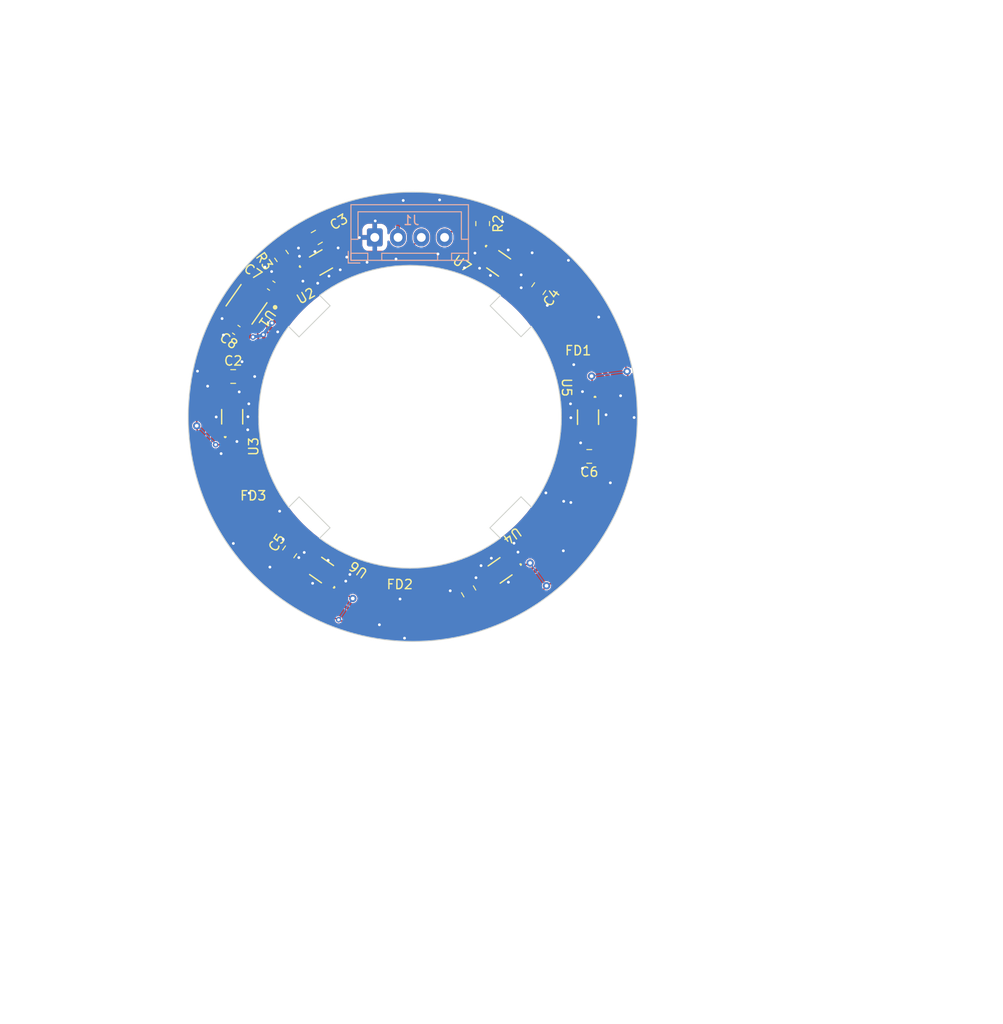
<source format=kicad_pcb>
(kicad_pcb (version 20240108) (generator "pcbnew") (generator_version "8.0")
  (layers (0 "F.Cu" signal) (31 "B.Cu" signal) (34 "B.Paste" user) (35 "F.Paste" user) (36 "B.SilkS" user "B.Silkscreen") (37 "F.SilkS" user "F.Silkscreen") (38 "B.Mask" user) (39 "F.Mask" user) (44 "Edge.Cuts" user))
  (net 0 "")
  (net 1 "GND")
  (net 2 "/Power 3.3-5V")
  (net 3 "/SDA")
  (net 4 "/SCL")
  (net 5 "/VDD")
  (footprint "MCP9808T-E:DFN8_2x3MC_MCH-Reduced" (layer "F.Cu") (at 65.763829 72.390255 145)
    (property "Reference" "U6")
    (property "Value" "MCP9808T-E/MC")
  )
  (footprint "Capacitor_SMD:C_0805_2012Metric" (layer "F.Cu") (at 81.562632 74.680548 120)
    (property "Reference" "C1" (hide yes))
    (property "Value" "0.1uF")
  )
  (footprint "Capacitor_SMD:C_0603_1608Metric" (layer "F.Cu") (at 56.603005 46.606553 145)
    (property "Reference" "C8")
    (property "Value" "1.0uF")
  )
  (footprint "Capacitor_SMD:C_0805_2012Metric" (layer "F.Cu") (at 65.253202 36.674867 -150)
    (property "Reference" "C3")
    (property "Value" "0.1uF")
  )
  (footprint "Capacitor_SMD:C_0805_2012Metric" (layer "F.Cu") (at 56.269894 51.609985)
    (property "Reference" "C2")
    (property "Value" "0.1uF")
  )
  (footprint "MCP9808T-E:DFN8_2x3MC_MCH-Reduced" (layer "F.Cu") (at 84.788437 39.465122 -35)
    (property "Reference" "U7")
    (property "Value" "MCP9808T-E/MC")
  )
  (footprint "Capacitor_SMD:C_0805_2012Metric" (layer "F.Cu") (at 94.523387 60.189733 180)
    (property "Reference" "C6")
    (property "Value" "0.1uF")
  )
  (footprint "Fiducial:Fiducial_1.5mm_Mask3mm" (layer "F.Cu") (at 56.731292 61.915848)
    (property "Reference" "FD3")
    (property "Value" "Fiducial_1.5mm_Mask3mm")
  )
  (footprint "Fiducial:Fiducial_1.5mm_Mask3mm" (layer "F.Cu") (at 91.371292 46.325846)
    (property "Reference" "FD1")
    (property "Value" "Fiducial_1.5mm_Mask3mm")
  )
  (footprint "Capacitor_SMD:C_0805_2012Metric" (layer "F.Cu") (at 62.337089 70.437153 55)
    (property "Reference" "C5")
    (property "Value" "0.1uF")
  )
  (footprint "Capacitor_SMD:C_0603_1608Metric" (layer "F.Cu") (at 60.353469 41.851076 145)
    (property "Reference" "C7")
    (property "Value" "1.0uF")
  )
  (footprint "MCP9808T-E:DFN8_2x3MC_MCH-Reduced" (layer "F.Cu") (at 65.702993 39.368444 30)
    (property "Reference" "U2")
    (property "Value" "MCP9808T-E/MC")
  )
  (footprint "MCP9808T-E:DFN8_2x3MC_MCH-Reduced" (layer "F.Cu") (at 94.389641 55.977863 -90)
    (property "Reference" "U5")
    (property "Value" "MCP9808T-E/MC")
  )
  (footprint "TPS7A2018PDBVR:DBV0005A-IPC_A" (layer "F.Cu") (at 57.702763 43.85866 -125)
    (property "Reference" "U1")
    (property "Value" "TPS7A2018PDBVR")
  )
  (footprint "Resistor_SMD:R_0805_2012Metric" (layer "F.Cu") (at 61.461459 38.665998 -55)
    (property "Reference" "R3")
    (property "Value" "4.7k")
  )
  (footprint "Resistor_SMD:R_0805_2012Metric" (layer "F.Cu") (at 83.070187 35.191495 -90)
    (property "Reference" "R2")
    (property "Value" "4.7k")
  )
  (footprint "Capacitor_SMD:C_0805_2012Metric" (layer "F.Cu") (at 89.097467 42.175531 -125)
    (property "Reference" "C4")
    (property "Value" "0.1uF")
  )
  (footprint "MCP9808T-E:DFN8_2x3MC_MCH-Reduced" (layer "F.Cu") (at 56.162641 55.93108 90)
    (property "Reference" "U3")
    (property "Value" "MCP9808T-E/MC")
  )
  (footprint "Fiducial:Fiducial_1.5mm_Mask3mm" (layer "F.Cu") (at 77.151292 75.685846)
    (property "Reference" "FD2")
    (property "Value" "Fiducial_1.5mm_Mask3mm")
  )
  (footprint "MCP9808T-E:DFN8_2x3MC_MCH-Reduced" (layer "F.Cu") (at 84.940833 72.429082 -145)
    (property "Reference" "U4")
    (property "Value" "MCP9808T-E/MC")
  )
  (footprint "Connector_JST:JST_XH_B4B-XH-A_1x04_P2.50mm_Vertical" (layer "B.Cu") (at 71.48053 36.673544)
    (property "Reference" "J1")
    (property "Value" "Conn_01x04_Socket")
  )
  (gr_line (start 59.084003 54.337668) (end 59.025301 55.133407) (stroke (width 0.1)) (layer "Edge.Cuts"))
  (gr_line (start 60.925274 48.267813) (end 60.566517 48.980528) (stroke (width 0.1)) (layer "Edge.Cuts"))
  (gr_line (start 90.281277 49.709984) (end 89.957932 48.980525) (stroke (width 0.1)) (layer "Edge.Cuts"))
  (gr_line (start 78.433713 39.986935) (end 77.647547 39.850527) (stroke (width 0.1)) (layer "Edge.Cuts"))
  (gr_line (start 73.668815 72.109307) (end 74.464563 72.168001) (stroke (width 0.1)) (layer "Edge.Cuts"))
  (gr_line (start 76.855641 72.109304) (end 77.647551 72.011633) (stroke (width 0.1)) (layer "Edge.Cuts"))
  (gr_line (start 78.433708 71.875219) (end 79.212234 71.700393) (stroke (width 0.1)) (layer "Edge.Cuts"))
  (gr_line (start 63.350465 64.532559) (end 62.23944 65.643579) (stroke (width 0.1)) (layer "Edge.Cuts"))
  (gr_line (start 65.578239 68.988427) (end 66.2306 69.447867) (stroke (width 0.1)) (layer "Edge.Cuts"))
  (gr_line (start 61.318557 64.288587) (end 61.745435 64.962705) (stroke (width 0.1)) (layer "Edge.Cuts"))
  (gr_line (start 75.262225 72.187579) (end 76.059896 72.167999) (stroke (width 0.1)) (layer "Edge.Cuts"))
  (gr_line (start 91.206366 59.102566) (end 91.342781 58.3164) (stroke (width 0.1)) (layer "Edge.Cuts"))
  (gr_line (start 70.54321 71.487585) (end 71.312221 71.70039) (stroke (width 0.1)) (layer "Edge.Cuts"))
  (gr_line (start 62.204876 65.615066) (end 62.236416 65.646605) (stroke (width 0.1)) (layer "Edge.Cuts"))
  (gr_line (start 85.528441 45.677991) (end 87.190133 47.339694) (stroke (width 0.1)) (layer "Edge.Cuts"))
  (gr_line (start 87.190133 47.339694) (end 88.301154 46.228671) (stroke (width 0.1)) (layer "Edge.Cuts"))
  (gr_line (start 59.025301 55.133407) (end 59.005721 55.931079) (stroke (width 0.1)) (layer "Edge.Cuts"))
  (gr_line (start 74.464563 72.168001) (end 75.262225 72.187579) (stroke (width 0.1)) (layer "Edge.Cuts"))
  (gr_line (start 65.012157 66.194262) (end 66.673856 67.855959) (stroke (width 0.1)) (layer "Edge.Cuts"))
  (gr_line (start 83.866731 44.016287) (end 84.977754 42.905269) (stroke (width 0.1)) (layer "Edge.Cuts"))
  (gr_line (start 59.005721 55.931079) (end 59.025304 56.728749) (stroke (width 0.1)) (layer "Edge.Cuts"))
  (gr_line (start 91.342781 58.3164) (end 91.440452 57.524495) (stroke (width 0.1)) (layer "Edge.Cuts"))
  (gr_line (start 59.705721 51.212061) (end 59.49291 51.981072) (stroke (width 0.1)) (layer "Edge.Cuts"))
  (gr_line (start 72.090741 39.986936) (end 71.312217 40.161761) (stroke (width 0.1)) (layer "Edge.Cuts"))
  (gr_line (start 59.49291 59.881082) (end 59.705728 60.650091) (stroke (width 0.1)) (layer "Edge.Cuts"))
  (gr_line (start 60.566517 62.881625) (end 60.925267 63.59434) (stroke (width 0.1)) (layer "Edge.Cuts"))
  (gr_line (start 88.779017 46.899448) (end 88.319569 46.247089) (stroke (width 0.1)) (layer "Edge.Cuts"))
  (gr_line (start 59.318084 59.102564) (end 59.49291 59.881082) (stroke (width 0.1)) (layer "Edge.Cuts"))
  (gr_line (start 84.293857 69.447866) (end 84.946217 68.988425) (stroke (width 0.1)) (layer "Edge.Cuts"))
  (gr_line (start 91.499148 55.133408) (end 91.44045 54.33766) (stroke (width 0.1)) (layer "Edge.Cuts"))
  (gr_line (start 66.2306 69.447867) (end 66.904713 69.874747) (stroke (width 0.1)) (layer "Edge.Cuts"))
  (gr_line (start 77.647547 39.850527) (end 76.855643 39.75285) (stroke (width 0.1)) (layer "Edge.Cuts"))
  (gr_line (start 89.59918 48.267816) (end 89.205895 47.573563) (stroke (width 0.1)) (layer "Edge.Cuts"))
  (gr_line (start 59.705728 60.650091) (end 59.956013 61.40773) (stroke (width 0.1)) (layer "Edge.Cuts"))
  (gr_line (start 59.956013 61.40773) (end 60.243174 62.152171) (stroke (width 0.1)) (layer "Edge.Cuts"))
  (gr_line (start 91.440452 57.524495) (end 91.499149 56.728742) (stroke (width 0.1)) (layer "Edge.Cuts"))
  (gr_line (start 84.946217 42.873732) (end 84.977754 42.905269) (stroke (width 0.1)) (layer "Edge.Cuts"))
  (gr_line (start 82.212781 41.235373) (end 81.483324 40.912027) (stroke (width 0.1)) (layer "Edge.Cuts"))
  (gr_line (start 75.26223 39.674576) (end 74.464562 39.694155) (stroke (width 0.1)) (layer "Edge.Cuts"))
  (gr_line (start 71.312217 40.161761) (end 70.543213 40.374573) (stroke (width 0.1)) (layer "Edge.Cuts"))
  (gr_line (start 84.946217 42.873732) (end 84.293856 42.414288) (stroke (width 0.1)) (layer "Edge.Cuts"))
  (gr_line (start 91.031542 59.88109) (end 91.206366 59.102566) (stroke (width 0.1)) (layer "Edge.Cuts"))
  (gr_line (start 91.499149 56.728742) (end 91.51873 55.931078) (stroke (width 0.1)) (layer "Edge.Cuts"))
  (gr_line (start 69.785574 40.62486) (end 69.041133 40.912025) (stroke (width 0.1)) (layer "Edge.Cuts"))
  (gr_line (start 91.51873 55.931078) (end 91.499148 55.133408) (stroke (width 0.1)) (layer "Edge.Cuts"))
  (gr_line (start 80.738879 71.237294) (end 81.483322 70.950135) (stroke (width 0.1)) (layer "Edge.Cuts"))
  (gr_line (start 82.212774 70.626782) (end 82.925482 70.268032) (stroke (width 0.1)) (layer "Edge.Cuts"))
  (gr_line (start 73.668812 39.752857) (end 72.876908 39.850523) (stroke (width 0.1)) (layer "Edge.Cuts"))
  (gr_line (start 59.49291 51.981072) (end 59.318085 52.759594) (stroke (width 0.1)) (layer "Edge.Cuts"))
  (gr_line (start 79.212243 40.161762) (end 78.433713 39.986935) (stroke (width 0.1)) (layer "Edge.Cuts"))
  (gr_line (start 85.528433 66.184086) (end 87.190133 64.522383) (stroke (width 0.1)) (layer "Edge.Cuts"))
  (gr_line (start 59.318085 52.759594) (end 59.181673 53.545755) (stroke (width 0.1)) (layer "Edge.Cuts"))
  (gr_line (start 76.855643 39.75285) (end 76.059897 39.694158) (stroke (width 0.1)) (layer "Edge.Cuts"))
  (gr_line (start 60.243174 62.152171) (end 60.566517 62.881625) (stroke (width 0.1)) (layer "Edge.Cuts"))
  (gr_line (start 74.464562 39.694155) (end 73.668812 39.752857) (stroke (width 0.1)) (layer "Edge.Cuts"))
  (gr_line (start 88.319571 65.615064) (end 88.301191 65.633443) (stroke (width 0.1)) (layer "Edge.Cuts"))
  (gr_line (start 79.981243 40.374578) (end 79.212243 40.161762) (stroke (width 0.1)) (layer "Edge.Cuts"))
  (gr_line (start 69.041133 40.912025) (end 68.311674 41.235368) (stroke (width 0.1)) (layer "Edge.Cuts"))
  (gr_line (start 62.204877 46.247089) (end 61.745434 46.899448) (stroke (width 0.1)) (layer "Edge.Cuts"))
  (gr_line (start 81.483324 40.912027) (end 80.738875 40.624863) (stroke (width 0.1)) (layer "Edge.Cuts"))
  (gr_line (start 90.818734 51.212066) (end 90.568445 50.454423) (stroke (width 0.1)) (layer "Edge.Cuts"))
  (gr_line (start 72.876908 39.850523) (end 72.090741 39.986936) (stroke (width 0.1)) (layer "Edge.Cuts"))
  (gr_line (start 89.205893 64.288592) (end 89.599181 63.594337) (stroke (width 0.1)) (layer "Edge.Cuts"))
  (gr_line (start 68.311673 70.626782) (end 69.041135 70.950126) (stroke (width 0.1)) (layer "Edge.Cuts"))
  (gr_line (start 89.957932 48.980525) (end 89.59918 48.267816) (stroke (width 0.1)) (layer "Edge.Cuts"))
  (gr_line (start 60.925267 63.59434) (end 61.318557 64.288587) (stroke (width 0.1)) (layer "Edge.Cuts"))
  (gr_line (start 69.785575 71.237294) (end 70.54321 71.487585) (stroke (width 0.1)) (layer "Edge.Cuts"))
  (gr_line (start 65.022337 45.677992) (end 63.342954 47.357376) (stroke (width 0.1)) (layer "Edge.Cuts"))
  (gr_line (start 70.543213 40.374573) (end 69.785574 40.62486) (stroke (width 0.1)) (layer "Edge.Cuts"))
  (gr_line (start 59.956006 50.454421) (end 59.705721 51.212061) (stroke (width 0.1)) (layer "Edge.Cuts"))
  (gr_line (start 76.059896 72.167999) (end 76.855641 72.109304) (stroke (width 0.1)) (layer "Edge.Cuts"))
  (gr_line (start 69.041135 70.950126) (end 69.785575 71.237294) (stroke (width 0.1)) (layer "Edge.Cuts"))
  (gr_line (start 66.904715 41.987413) (end 66.230594 42.414288) (stroke (width 0.1)) (layer "Edge.Cuts"))
  (gr_line (start 84.293856 42.414288) (end 83.619735 41.987411) (stroke (width 0.1)) (layer "Edge.Cuts"))
  (gr_line (start 61.318559 47.573562) (end 60.925274 48.267813) (stroke (width 0.1)) (layer "Edge.Cuts"))
  (gr_line (start 90.568443 61.407729) (end 90.818735 60.650094) (stroke (width 0.1)) (layer "Edge.Cuts"))
  (gr_line (start 85.528436 66.184084) (end 83.84906 67.863466) (stroke (width 0.1)) (layer "Edge.Cuts"))
  (gr_line (start 91.34278 53.545752) (end 91.206364 52.759593) (stroke (width 0.1)) (layer "Edge.Cuts"))
  (gr_line (start 68.311674 41.235368) (end 67.598962 41.594123) (stroke (width 0.1)) (layer "Edge.Cuts"))
  (gr_line (start 71.312221 71.70039) (end 72.090739 71.875215) (stroke (width 0.1)) (layer "Edge.Cuts"))
  (gr_line (start 65.022337 45.677992) (end 66.686008 44.01432) (stroke (width 0.1)) (layer "Edge.Cuts"))
  (gr_line (start 90.818735 60.650094) (end 91.031542 59.88109) (stroke (width 0.1)) (layer "Edge.Cuts"))
  (gr_line (start 88.319571 65.615064) (end 88.779014 64.962712) (stroke (width 0.1)) (layer "Edge.Cuts"))
  (gr_line (start 65.012157 66.194262) (end 63.350465 64.532559) (stroke (width 0.1)) (layer "Edge.Cuts"))
  (gr_line (start 67.59896 70.268032) (end 68.311673 70.626782) (stroke (width 0.1)) (layer "Edge.Cuts"))
  (gr_line (start 59.181678 58.316402) (end 59.318084 59.102564) (stroke (width 0.1)) (layer "Edge.Cuts"))
  (gr_line (start 88.319569 46.247089) (end 88.301154 46.228671) (stroke (width 0.1)) (layer "Edge.Cuts"))
  (gr_line (start 76.059897 39.694158) (end 75.26223 39.674576) (stroke (width 0.1)) (layer "Edge.Cuts"))
  (gr_line (start 85.528441 45.677991) (end 83.866731 44.016287) (stroke (width 0.1)) (layer "Edge.Cuts"))
  (gr_line (start 60.243173 49.709988) (end 59.956006 50.454421) (stroke (width 0.1)) (layer "Edge.Cuts"))
  (gr_line (start 87.190133 64.522383) (end 88.301148 65.63341) (stroke (width 0.1)) (layer "Edge.Cuts"))
  (gr_line (start 84.960079 68.974484) (end 84.946175 68.988386) (stroke (width 0.1)) (layer "Edge.Cuts"))
  (gr_line (start 80.738875 40.624863) (end 79.981243 40.374578) (stroke (width 0.1)) (layer "Edge.Cuts"))
  (gr_line (start 90.281277 62.152169) (end 90.568443 61.407729) (stroke (width 0.1)) (layer "Edge.Cuts"))
  (gr_line (start 91.031541 51.981068) (end 90.818734 51.212066) (stroke (width 0.1)) (layer "Edge.Cuts"))
  (gr_line (start 91.206364 52.759593) (end 91.031541 51.981068) (stroke (width 0.1)) (layer "Edge.Cuts"))
  (gr_line (start 61.745434 46.899448) (end 61.318559 47.573562) (stroke (width 0.1)) (layer "Edge.Cuts"))
  (gr_line (start 88.779014 64.962712) (end 89.205893 64.288592) (stroke (width 0.1)) (layer "Edge.Cuts"))
  (gr_line (start 66.684648 44.016895) (end 65.573021 42.905266) (stroke (width 0.1)) (layer "Edge.Cuts"))
  (gr_line (start 83.619737 69.874747) (end 84.293857 69.447866) (stroke (width 0.1)) (layer "Edge.Cuts"))
  (gr_line (start 65.578239 68.988427) (end 65.559816 68.970006) (stroke (width 0.1)) (layer "Edge.Cuts"))
  (gr_line (start 91.44045 54.33766) (end 91.34278 53.545752) (stroke (width 0.1)) (layer "Edge.Cuts"))
  (gr_line (start 60.566517 48.980528) (end 60.243173 49.709988) (stroke (width 0.1)) (layer "Edge.Cuts"))
  (gr_line (start 72.876901 72.011631) (end 73.668815 72.109307) (stroke (width 0.1)) (layer "Edge.Cuts"))
  (gr_line (start 89.205895 47.573563) (end 88.779017 46.899448) (stroke (width 0.1)) (layer "Edge.Cuts"))
  (gr_line (start 67.598962 41.594123) (end 66.904715 41.987413) (stroke (width 0.1)) (layer "Edge.Cuts"))
  (gr_line (start 79.981241 71.487579) (end 80.738879 71.237294) (stroke (width 0.1)) (layer "Edge.Cuts"))
  (gr_line (start 82.925487 41.594118) (end 82.212781 41.235373) (stroke (width 0.1)) (layer "Edge.Cuts"))
  (gr_line (start 63.342954 47.357376) (end 62.231937 46.246349) (stroke (width 0.1)) (layer "Edge.Cuts"))
  (gr_line (start 83.84906 67.863466) (end 84.960079 68.974484) (stroke (width 0.1)) (layer "Edge.Cuts"))
  (gr_line (start 66.230594 42.414288) (end 65.578237 42.873728) (stroke (width 0.1)) (layer "Edge.Cuts"))
  (gr_line (start 62.204877 46.247089) (end 62.232676 46.247091) (stroke (width 0.1)) (layer "Edge.Cuts"))
  (gr_line (start 77.647551 72.011633) (end 78.433708 71.875219) (stroke (width 0.1)) (layer "Edge.Cuts"))
  (gr_line (start 72.090739 71.875215) (end 72.876901 72.011631) (stroke (width 0.1)) (layer "Edge.Cuts"))
  (gr_line (start 90.568445 50.454423) (end 90.281277 49.709984) (stroke (width 0.1)) (layer "Edge.Cuts"))
  (gr_line (start 83.619735 41.987411) (end 82.925487 41.594118) (stroke (width 0.1)) (layer "Edge.Cuts"))
  (gr_line (start 82.925482 70.268032) (end 83.619737 69.874747) (stroke (width 0.1)) (layer "Edge.Cuts"))
  (gr_line (start 89.599181 63.594337) (end 89.957933 62.881632) (stroke (width 0.1)) (layer "Edge.Cuts"))
  (gr_line (start 59.084001 57.524496) (end 59.181678 58.316402) (stroke (width 0.1)) (layer "Edge.Cuts"))
  (gr_line (start 59.025304 56.728749) (end 59.084001 57.524496) (stroke (width 0.1)) (layer "Edge.Cuts"))
  (gr_line (start 66.673856 67.855959) (end 65.562843 68.966981) (stroke (width 0.1)) (layer "Edge.Cuts"))
  (gr_line (start 65.578237 42.873728) (end 65.578238 42.910484) (stroke (width 0.1)) (layer "Edge.Cuts"))
  (gr_line (start 81.483322 70.950135) (end 82.212774 70.626782) (stroke (width 0.1)) (layer "Edge.Cuts"))
  (gr_line (start 89.957933 62.881632) (end 90.281277 62.152169) (stroke (width 0.1)) (layer "Edge.Cuts"))
  (gr_line (start 61.745435 64.962705) (end 62.204876 65.615066) (stroke (width 0.1)) (layer "Edge.Cuts"))
  (gr_line (start 59.181673 53.545755) (end 59.084003 54.337668) (stroke (width 0.1)) (layer "Edge.Cuts"))
  (gr_line (start 79.212234 71.700393) (end 79.981241 71.487579) (stroke (width 0.1)) (layer "Edge.Cuts"))
  (gr_line (start 66.904713 69.874747) (end 67.59896 70.268032) (stroke (width 0.1)) (layer "Edge.Cuts"))
  (gr_circle (center 75.568231 55.931068) (end 99.698234 55.93106) (stroke (width 0.1)) (fill none) (layer "Edge.Cuts"))
  (segment (start 94.139642 57.37486) (end 94.126856 57.041199) (width 0.16) (layer "F.Cu") (net 1))
  (via (at 66.561825 40.828516) (size 0.6) (drill 0.3) (layers "F.Cu" "B.Cu") (net 1))
  (via (at 53.52585 52.645543) (size 0.6) (drill 0.3) (layers "F.Cu" "B.Cu") (net 1))
  (via (at 71.975845 78.265542) (size 0.6) (drill 0.3) (layers "F.Cu" "B.Cu") (net 1))
  (via (at 63.391293 38.695847) (size 0.6) (drill 0.3) (layers "F.Cu" "B.Cu") (net 1))
  (via (at 63.759075 41.371685) (size 0.6) (drill 0.3) (layers "F.Cu" "B.Cu") (net 1))
  (via (at 82.895206 71.919186) (size 0.6) (drill 0.3) (layers "F.Cu" "B.Cu") (net 1))
  (via (at 82.352347 73.215627) (size 0.6) (drill 0.3) (layers "F.Cu" "B.Cu") (net 1))
  (via (at 68.806102 72.869259) (size 0.6) (drill 0.3) (layers "F.Cu" "B.Cu") (net 1))
  (via (at 78.270194 38.451496) (size 0.6) (drill 0.3) (layers "F.Cu" "B.Cu") (net 1))
  (via (at 86.865072 70.46691) (size 0.6) (drill 0.3) (layers "F.Cu" "B.Cu") (net 1))
  (via (at 65.349079 41.591686) (size 0.6) (drill 0.3) (layers "F.Cu" "B.Cu") (net 1))
  (via (at 82.243868 38.359788) (size 0.6) (drill 0.3) (layers "F.Cu" "B.Cu") (net 1))
  (via (at 92.543381 65.139727) (size 0.6) (drill 0.3) (layers "F.Cu" "B.Cu") (net 1))
  (via (at 83.902614 40.755461) (size 0.6) (drill 0.3) (layers "F.Cu" "B.Cu") (net 1))
  (via (at 96.785843 63.025543) (size 0.6) (drill 0.3) (layers "F.Cu" "B.Cu") (net 1))
  (via (at 91.773379 65.00973) (size 0.6) (drill 0.3) (layers "F.Cu" "B.Cu") (net 1))
  (via (at 64.803259 73.815459) (size 0.6) (drill 0.3) (layers "F.Cu" "B.Cu") (net 1))
  (via (at 58.579066 51.61169) (size 0.6) (drill 0.3) (layers "F.Cu" "B.Cu") (net 1))
  (via (at 67.54294 37.801883) (size 0.6) (drill 0.3) (layers "F.Cu" "B.Cu") (net 1))
  (via (at 92.281293 39.135846) (size 0.6) (drill 0.3) (layers "F.Cu" "B.Cu") (net 1))
  (via (at 70.650525 39.343542) (size 0.6) (drill 0.3) (layers "F.Cu" "B.Cu") (net 1))
  (via (at 61.260285 66.07186) (size 0.6) (drill 0.3) (layers "F.Cu" "B.Cu") (net 1))
  (via (at 91.735843 70.325542) (size 0.6) (drill 0.3) (layers "F.Cu" "B.Cu") (net 1))
  (via (at 85.834856 73.694057) (size 0.6) (drill 0.3) (layers "F.Cu" "B.Cu") (net 1))
  (via (at 54.444927 55.953936) (size 0.6) (drill 0.3) (layers "F.Cu" "B.Cu") (net 1))
  (via (at 57.995837 64.125543) (size 0.6) (drill 0.3) (layers "F.Cu" "B.Cu") (net 1))
  (via (at 85.81557 38.019295) (size 0.6) (drill 0.3) (layers "F.Cu" "B.Cu") (net 1))
  (via (at 92.5074 54.543504) (size 0.6) (drill 0.3) (layers "F.Cu" "B.Cu") (net 1))
  (via (at 82.739199 39.983091) (size 0.6) (drill 0.3) (layers "F.Cu" "B.Cu") (net 1))
  (via (at 87.206095 40.692478) (size 0.6) (drill 0.3) (layers "F.Cu" "B.Cu") (net 1))
  (via (at 56.919071 53.261689) (size 0.6) (drill 0.3) (layers "F.Cu" "B.Cu") (net 1))
  (via (at 85.215848 34.995547) (size 0.6) (drill 0.3) (layers "F.Cu" "B.Cu") (net 1))
  (via (at 93.594005 58.735858) (size 0.6) (drill 0.3) (layers "F.Cu" "B.Cu") (net 1))
  (via (at 60.398437 40.338703) (size 0.6) (drill 0.3) (layers "F.Cu" "B.Cu") (net 1))
  (via (at 88.385842 38.325547) (size 0.6) (drill 0.3) (layers "F.Cu" "B.Cu") (net 1))
  (via (at 57.219078 50.02168) (size 0.6) (drill 0.3) (layers "F.Cu" "B.Cu") (net 1))
  (via (at 86.435552 69.509297) (size 0.6) (drill 0.3) (layers "F.Cu" "B.Cu") (net 1))
  (via (at 79.585561 74.619294) (size 0.6) (drill 0.3) (layers "F.Cu" "B.Cu") (net 1))
  (via (at 63.281292 37.815849) (size 0.6) (drill 0.3) (layers "F.Cu" "B.Cu") (net 1))
  (via (at 61.051294 46.815848) (size 0.6) (drill 0.3) (layers "F.Cu" "B.Cu") (net 1))
  (via (at 84.001516 71.119588) (size 0.6) (drill 0.3) (layers "F.Cu" "B.Cu") (net 1))
  (via (at 78.445844 32.64554) (size 0.6) (drill 0.3) (layers "F.Cu" "B.Cu") (net 1))
  (via (at 92.542936 56.037107) (size 0.6) (drill 0.3) (layers "F.Cu" "B.Cu") (net 1))
  (via (at 63.322769 71.054674) (size 0.6) (drill 0.3) (layers "F.Cu" "B.Cu") (net 1))
  (via (at 81.111294 39.935849) (size 0.6) (drill 0.3) (layers "F.Cu" "B.Cu") (net 1))
  (via (at 89.861293 64.105846) (size 0.6) (drill 0.3) (layers "F.Cu" "B.Cu") (net 1))
  (via (at 69.83053 36.693542) (size 0.6) (drill 0.3) (layers "F.Cu" "B.Cu") (net 1))
  (via (at 59.682513 39.861802) (size 0.6) (drill 0.3) (layers "F.Cu" "B.Cu") (net 1))
  (via (at 61.637009 69.099373) (size 0.6) (drill 0.3) (layers "F.Cu" "B.Cu") (net 1))
  (via (at 95.535843 45.225547) (size 0.6) (drill 0.3) (layers "F.Cu" "B.Cu") (net 1))
  (via (at 57.949065 54.541691) (size 0.6) (drill 0.3) (layers "F.Cu" "B.Cu") (net 1))
  (via (at 57.857848 55.926563) (size 0.6) (drill 0.3) (layers "F.Cu" "B.Cu") (net 1))
  (via (at 96.325952 55.718909) (size 0.6) (drill 0.3) (layers "F.Cu" "B.Cu") (net 1))
  (via (at 54.973384 59.889737) (size 0.6) (drill 0.3) (layers "F.Cu" "B.Cu") (net 1))
  (via (at 66.469046 71.342705) (size 0.6) (drill 0.3) (layers "F.Cu" "B.Cu") (net 1))
  (via (at 56.285847 69.53554) (size 0.6) (drill 0.3) (layers "F.Cu" "B.Cu") (net 1))
  (via (at 74.195841 75.505546) (size 0.6) (drill 0.3) (layers "F.Cu" "B.Cu") (net 1))
  (via (at 55.076125 45.38732) (size 0.6) (drill 0.3) (layers "F.Cu" "B.Cu") (net 1))
  (via (at 93.795566 61.469299) (size 0.6) (drill 0.3) (layers "F.Cu" "B.Cu") (net 1))
  (via (at 92.85579 50.337233) (size 0.6) (drill 0.3) (layers "F.Cu" "B.Cu") (net 1))
  (via (at 90.012898 43.972565) (size 0.6) (drill 0.3) (layers "F.Cu" "B.Cu") (net 1))
  (via (at 87.209222 42.078066) (size 0.6) (drill 0.3) (layers "F.Cu" "B.Cu") (net 1))
  (via (at 97.885847 53.675543) (size 0.6) (drill 0.3) (layers "F.Cu" "B.Cu") (net 1))
  (via (at 68.362922 73.582204) (size 0.6) (drill 0.3) (layers "F.Cu" "B.Cu") (net 1))
  (via (at 73.760531 38.993549) (size 0.6) (drill 0.3) (layers "F.Cu" "B.Cu") (net 1))
  (via (at 52.435844 51.035545) (size 0.6) (drill 0.3) (layers "F.Cu" "B.Cu") (net 1))
  (via (at 74.675841 79.705546) (size 0.6) (drill 0.3) (layers "F.Cu" "B.Cu") (net 1))
  (via (at 93.791321 53.232902) (size 0.6) (drill 0.3) (layers "F.Cu" "B.Cu") (net 1))
  (via (at 67.769072 40.151684) (size 0.6) (drill 0.3) (layers "F.Cu" "B.Cu") (net 1))
  (via (at 56.669882 58.589974) (size 0.6) (drill 0.3) (layers "F.Cu" "B.Cu") (net 1))
  (via (at 99.34053 56.013547) (size 0.6) (drill 0.3) (layers "F.Cu" "B.Cu") (net 1))
  (via (at 57.833368 57.329723) (size 0.6) (drill 0.3) (layers "F.Cu" "B.Cu") (net 1))
  (via (at 63.901987 70.502221) (size 0.6) (drill 0.3) (layers "F.Cu" "B.Cu") (net 1))
  (via (at 55.216462 47.156845) (size 0.6) (drill 0.3) (layers "F.Cu" "B.Cu") (net 1))
  (via (at 68.469074 38.791685) (size 0.6) (drill 0.3) (layers "F.Cu" "B.Cu") (net 1))
  (via (at 71.530531 34.903544) (size 0.6) (drill 0.3) (layers "F.Cu" "B.Cu") (net 1))
  (via (at 65.049077 38.194474) (size 0.6) (drill 0.3) (layers "F.Cu" "B.Cu") (net 1))
  (via (at 60.214005 72.075857) (size 0.6) (drill 0.3) (layers "F.Cu" "B.Cu") (net 1))
  (via (at 74.535843 32.705537) (size 0.6) (drill 0.3) (layers "F.Cu" "B.Cu") (net 1))
  (segment (start 57.364042 41.121258) (end 59.254725 38.421086) (width 0.38) (layer "F.Cu") (net 2))
  (segment (start 73.980528 35.343541) (end 72.169546 33.532554) (width 0.38) (layer "F.Cu") (net 2))
  (segment (start 61.377806 41.739364) (end 60.98832 42.295599) (width 0.38) (layer "F.Cu") (net 2))
  (segment (start 72.169546 33.532554) (end 69.87864 33.532556) (width 0.38) (layer "F.Cu") (net 2))
  (segment (start 61.153848 37.11327) (end 60.63109 37.85986) (width 0.38) (layer "F.Cu") (net 2))
  (segment (start 57.584461 42.371344) (end 57.364042 41.121258) (width 0.38) (layer "F.Cu") (net 2))
  (segment (start 69.87864 33.532556) (end 69.624626 33.786548) (width 0.38) (layer "F.Cu") (net 2))
  (segment (start 67.990133 33.786555) (end 67.611415 34.005187) (width 0.38) (layer "F.Cu") (net 2))
  (segment (start 73.980528 36.673546) (end 73.980531 35.493543) (width 0.38) (layer "F.Cu") (net 2))
  (segment (start 66.877717 33.808602) (end 61.153848 37.11327) (width 0.38) (layer "F.Cu") (net 2))
  (segment (start 60.98833 42.295599) (end 59.140859 43.461126) (width 0.38) (layer "F.Cu") (net 2))
  (segment (start 73.980531 35.493543) (end 75.989355 33.484716) (width 0.38) (layer "F.Cu") (net 2))
  (segment (start 60.63109 37.85986) (end 61.012567 40.023385) (width 0.38) (layer "F.Cu") (net 2))
  (segment (start 69.624626 33.786548) (end 67.990133 33.786555) (width 0.38) (layer "F.Cu") (net 2))
  (segment (start 59.523925 38.167869) (end 60.938078 37.918524) (width 0.38) (layer "F.Cu") (net 2))
  (segment (start 75.989355 33.484716) (end 82.275897 33.484712) (width 0.38) (layer "F.Cu") (net 2))
  (segment (start 59.254725 38.421086) (end 59.523925 38.167869) (width 0.38) (layer "F.Cu") (net 2))
  (segment (start 73.980528 36.673546) (end 73.980528 35.343541) (width 0.38) (layer "F.Cu") (net 2))
  (segment (start 61.084055 40.073429) (end 61.377806 41.739364) (width 0.38) (layer "F.Cu") (net 2))
  (segment (start 61.012567 40.023385) (end 61.084055 40.073429) (width 0.38) (layer "F.Cu") (net 2))
  (segment (start 82.275897 33.484712) (end 83.070186 34.27898) (width 0.38) (layer "F.Cu") (net 2))
  (segment (start 67.611415 34.005187) (end 66.877717 33.808602) (width 0.38) (layer "F.Cu") (net 2))
  (segment (start 73.931832 35.611077) (end 73.950623 35.629872) (width 0.38) (layer "B.Cu") (net 2))
  (segment (start 69.116629 75.442545) (end 66.478014 73.80593) (width 0.16) (layer "F.Cu") (net 3))
  (segment (start 89.182631 36.83455) (end 87.714393 35.806495) (width 0.16) (layer "F.Cu") (net 3))
  (segment (start 92.203259 72.549837) (end 92.230638 72.394565) (width 0.16) (layer "F.Cu") (net 3))
  (segment (start 52.35263 54.614554) (end 52.352634 56.900549) (width 0.16) (layer "F.Cu") (net 3))
  (segment (start 97.564638 47.502542) (end 95.532628 43.184552) (width 0.16) (layer "F.Cu") (net 3))
  (segment (start 82.070632 78.490561) (end 80.800629 78.744555) (width 0.16) (layer "F.Cu") (net 3))
  (segment (start 95.532628 43.184552) (end 89.182631 36.83455) (width 0.16) (layer "F.Cu") (net 3))
  (segment (start 62.123673 41.042257) (end 62.248881 41.752358) (width 0.16) (layer "F.Cu") (net 3))
  (segment (start 89.930742 74.08003) (end 90.000372 74.092309) (width 0.16) (layer "F.Cu") (net 3))
  (segment (start 74.970534 38.183543) (end 76.431819 36.722245) (width 0.16) (layer "F.Cu") (net 3))
  (segment (start 52.606643 52.836556) (end 52.35263 54.614554) (width 0.16) (layer "F.Cu") (net 3))
  (segment (start 92.230638 72.394565) (end 94.51665 69.854559) (width 0.16) (layer "F.Cu") (net 3))
  (segment (start 94.51665 69.854559) (end 96.294629 67.060538) (width 0.16) (layer "F.Cu") (net 3))
  (segment (start 71.910626 78.998551) (end 70.386641 78.744547) (width 0.16) (layer "F.Cu") (net 3))
  (segment (start 98.326633 62.234558) (end 98.834637 59.948558) (width 0.16) (layer "F.Cu") (net 3))
  (segment (start 52.860619 60.20255) (end 53.368629 62.234546) (width 0.16) (layer "F.Cu") (net 3))
  (segment (start 52.612477 52.835512) (end 52.606643 52.836556) (width 0.16) (layer "F.Cu") (net 3))
  (segment (start 85.438804 36.207739) (end 84.215338 37.955025) (width 0.16) (layer "F.Cu") (net 3))
  (segment (start 68.943432 37.086444) (end 70.040526 38.183545) (width 0.16) (layer "F.Cu") (net 3))
  (segment (start 59.210636 72.140554) (end 62.258634 74.680562) (width 0.16) (layer "F.Cu") (net 3))
  (segment (start 54.384619 65.028551) (end 55.400633 67.060543) (width 0.16) (layer "F.Cu") (net 3))
  (segment (start 88.166636 71.632548) (end 86.515373 72.242165) (width 0.16) (layer "F.Cu") (net 3))
  (segment (start 57.432627 70.108543) (end 59.210636 72.140554) (width 0.16) (layer "F.Cu") (net 3))
  (segment (start 61.984863 39.413477) (end 62.69406 36.766757) (width 0.16) (layer "F.Cu") (net 3))
  (segment (start 58.834701 46.628318) (end 58.986956 47.491808) (width 0.16) (layer "F.Cu") (net 3))
  (segment (start 55.548725 48.642129) (end 52.612477 52.835512) (width 0.16) (layer "F.Cu") (net 3))
  (segment (start 77.879927 79.12585) (end 72.037926 79.125848) (width 0.16) (layer "F.Cu") (net 3))
  (segment (start 96.294629 67.060538) (end 97.310628 65.028551) (width 0.16) (layer "F.Cu") (net 3))
  (segment (start 62.72423 40.18457) (end 62.744731 40.190049) (width 0.16) (layer "F.Cu") (net 3))
  (segment (start 62.72423 40.18457) (end 62.376212 40.091308) (width 0.16) (layer "F.Cu") (net 3))
  (segment (start 62.248881 41.752358) (end 58.834701 46.628318) (width 0.16) (layer "F.Cu") (net 3))
  (segment (start 58.986956 47.491808) (end 58.552333 48.112513) (width 0.16) (layer "F.Cu") (net 3))
  (segment (start 62.744731 40.190049) (end 63.439767 39.788759) (width 0.16) (layer "F.Cu") (net 3))
  (segment (start 84.215338 37.955025) (end 84.074247 38.049471) (width 0.16) (layer "F.Cu") (net 3))
  (segment (start 68.862648 78.236549) (end 67.592631 77.72855) (width 0.16) (layer "F.Cu") (net 3))
  (segment (start 54.384629 58.932547) (end 54.848199 58.932552) (width 0.16) (layer "F.Cu") (net 3))
  (segment (start 62.69406 36.766757) (end 66.186063 34.750635) (width 0.16) (layer "F.Cu") (net 3))
  (segment (start 67.825293 35.18987) (end 68.920296 37.086446) (width 0.16) (layer "F.Cu") (net 3))
  (segment (start 68.920296 37.086446) (end 68.943432 37.086444) (width 0.16) (layer "F.Cu") (net 3))
  (segment (start 55.400633 67.060543) (end 57.432627 70.108543) (width 0.16) (layer "F.Cu") (net 3))
  (segment (start 86.388633 76.712557) (end 82.070632 78.490561) (width 0.16) (layer "F.Cu") (net 3))
  (segment (start 97.310628 65.028551) (end 98.326633 62.234558) (width 0.16) (layer "F.Cu") (net 3))
  (segment (start 52.606637 58.932546) (end 52.860619 60.20255) (width 0.16) (layer "F.Cu") (net 3))
  (segment (start 72.037926 79.125848) (end 71.910626 78.998551) (width 0.16) (layer "F.Cu") (net 3))
  (segment (start 52.352634 56.900549) (end 52.606637 58.932546) (width 0.16) (layer "F.Cu") (net 3))
  (segment (start 98.840536 59.942658) (end 98.840528 52.488024) (width 0.16) (layer "F.Cu") (net 3))
  (segment (start 90.000372 74.092309) (end 92.203259 72.549837) (width 0.16) (layer "F.Cu") (net 3))
  (segment (start 80.800629 78.744555) (end 78.006634 79.252557) (width 0.16) (layer "F.Cu") (net 3))
  (segment (start 54.848199 58.932552) (end 55.412637 58.368127) (width 0.16) (layer "F.Cu") (net 3))
  (segment (start 94.770629 51.566542) (end 95.139637 54.580875) (width 0.16) (layer "F.Cu") (net 3))
  (segment (start 70.386641 78.744547) (end 68.862648 78.236549) (width 0.16) (layer "F.Cu") (net 3))
  (segment (start 98.840528 52.488024) (end 98.580627 51.058561) (width 0.16) (layer "F.Cu") (net 3))
  (segment (start 62.376212 40.091308) (end 61.984863 39.413477) (width 0.16) (layer "F.Cu") (net 3))
  (segment (start 62.258634 74.680562) (end 65.814637 76.966547) (width 0.16) (layer "F.Cu") (net 3))
  (segment (start 98.834637 59.948558) (end 98.840536 59.942658) (width 0.16) (layer "F.Cu") (net 3))
  (segment (start 66.186063 34.750635) (end 67.825293 35.18987) (width 0.16) (layer "F.Cu") (net 3))
  (segment (start 65.814637 76.966547) (end 67.592631 77.72855) (width 0.16) (layer "F.Cu") (net 3))
  (segment (start 89.900102 74.253789) (end 86.388633 76.712557) (width 0.16) (layer "F.Cu") (net 3))
  (segment (start 55.412637 58.368127) (end 55.412631 57.328077) (width 0.16) (layer "F.Cu") (net 3))
  (segment (start 70.040526 38.183545) (end 74.970534 38.183543) (width 0.16) (layer "F.Cu") (net 3))
  (segment (start 87.714393 35.806495) (end 85.438804 36.207739) (width 0.16) (layer "F.Cu") (net 3))
  (segment (start 62.72423 40.18457) (end 62.123673 41.042257) (width 0.16) (layer "F.Cu") (net 3))
  (segment (start 53.876613 63.758544) (end 54.384619 65.028551) (width 0.16) (layer "F.Cu") (net 3))
  (segment (start 78.006634 79.252557) (end 77.879927 79.12585) (width 0.16) (layer "F.Cu") (net 3))
  (segment (start 58.552333 48.112513) (end 55.548725 48.642129) (width 0.16) (layer "F.Cu") (net 3))
  (segment (start 89.930742 74.08003) (end 89.900102 74.253789) (width 0.16) (layer "F.Cu") (net 3))
  (segment (start 98.580627 51.058561) (end 97.564638 47.502542) (width 0.16) (layer "F.Cu") (net 3))
  (segment (start 64.118163 39.417427) (end 63.530811 39.756533) (width 0.1) (layer "F.Cu") (net 3))
  (segment (start 53.368629 62.234546) (end 53.876613 63.758544) (width 0.16) (layer "F.Cu") (net 3))
  (via (at 98.580627 51.058561) (size 0.8) (drill 0.4) (layers "F.Cu" "B.Cu") (net 3))
  (via (at 88.166636 71.632548) (size 0.8) (drill 0.4) (layers "F.Cu" "B.Cu") (net 3))
  (via (at 89.930742 74.08003) (size 0.8) (drill 0.4) (layers "F.Cu" "B.Cu") (net 3))
  (via (at 52.352634 56.900549) (size 0.8) (drill 0.4) (layers "F.Cu" "B.Cu") (net 3))
  (via (at 69.116629 75.442545) (size 0.8) (drill 0.4) (layers "F.Cu" "B.Cu") (net 3))
  (via (at 94.770629 51.566542) (size 0.8) (drill 0.4) (layers "F.Cu" "B.Cu") (net 3))
  (via (at 54.384629 58.932547) (size 0.6) (drill 0.3) (layers "F.Cu" "B.Cu") (net 3))
  (via (at 67.592631 77.72855) (size 0.6) (drill 0.3) (layers "F.Cu" "B.Cu") (net 3))
  (segment (start 89.930742 74.08003) (end 89.873289 74.069889) (width 0.16) (layer "B.Cu") (net 3))
  (segment (start 98.580627 51.058561) (end 94.770629 51.566542) (width 0.16) (layer "B.Cu") (net 3))
  (segment (start 67.592631 77.72855) (end 69.116629 75.442545) (width 0.16) (layer "B.Cu") (net 3))
  (segment (start 89.873289 74.069889) (end 88.166636 71.632548) (width 0.16) (layer "B.Cu") (net 3))
  (segment (start 52.352634 56.900549) (end 52.444192 56.900553) (width 0.16) (layer "B.Cu") (net 3))
  (segment (start 54.384639 58.840983) (end 54.384629 58.932547) (width 0.16) (layer "B.Cu") (net 3))
  (segment (start 52.444192 56.900553) (end 54.384639 58.840983) (width 0.16) (layer "B.Cu") (net 3))
  (segment (start 60.026327 65.92809) (end 59.46463 62.742545) (width 0.16) (layer "F.Cu") (net 4))
  (segment (start 58.702625 60.202557) (end 58.448629 58.424557) (width 0.16) (layer "F.Cu") (net 4))
  (segment (start 83.103828 36.294763) (end 82.355411 37.363607) (width 0.16) (layer "F.Cu") (net 4))
  (segment (start 63.743426 40.239641) (end 59.80558 45.863471) (width 0.16) (layer "F.Cu") (net 4))
  (segment (start 69.596069 73.215861) (end 69.05839 73.983734) (width 0.16) (layer "F.Cu") (net 4))
  (segment (start 59.46463 62.742545) (end 58.702625 60.202557) (width 0.16) (layer "F.Cu") (net 4))
  (segment (start 91.21463 61.980561) (end 90.45263 64.266554) (width 0.16) (layer "F.Cu") (net 4))
  (segment (start 83.070177 36.103979) (end 83.103828 36.294763) (width 0.16) (layer "F.Cu") (net 4))
  (segment (start 86.374368 68.836039) (end 81.585348 72.189351) (width 0.16) (layer "F.Cu") (net 4))
  (segment (start 91.214629 50.296552) (end 91.680292 53.090556) (width 0.16) (layer "F.Cu") (net 4))
  (segment (start 59.718626 49.534551) (end 59.210633 51.058545) (width 0.16) (layer "F.Cu") (net 4))
  (segment (start 79.600527 36.053541) (end 83.01974 36.053544) (width 0.16) (layer "F.Cu") (net 4))
  (segment (start 82.249704 37.497128) (end 81.630602 38.381322) (width 0.16) (layer "F.Cu") (net 4))
  (segment (start 81.585348 72.189351) (end 81.308621 72.140558) (width 0.16) (layer "F.Cu") (net 4))
  (segment (start 59.80558 45.863471) (end 60.264333 48.46518) (width 0.16) (layer "F.Cu") (net 4))
  (segment (start 82.38072 37.474033) (end 82.249704 37.497128) (width 0.16) (layer "F.Cu") (net 4))
  (segment (start 68.76177 72.044716) (end 60.026327 65.92809) (width 0.16) (layer "F.Cu") (net 4))
  (segment (start 64.368152 39.850451) (end 64.359128 39.884159) (width 0.16) (layer "F.Cu") (net 4))
  (segment (start 79.276632 72.648547) (end 75.974631 73.156553) (width 0.16) (layer "F.Cu") (net 4))
  (segment (start 83.01974 36.053544) (end 83.070177 36.103979) (width 0.16) (layer "F.Cu") (net 4))
  (segment (start 86.386703 43.173708) (end 86.38861 43.184559) (width 0.16) (layer "F.Cu") (net 4))
  (segment (start 81.308621 72.140558) (end 79.276632 72.648547) (width 0.16) (layer "F.Cu") (net 4))
  (segment (start 59.210633 51.058545) (end 58.702637 53.344556) (width 0.16) (layer "F.Cu") (net 4))
  (segment (start 60.094407 48.707859) (end 59.718626 49.534551) (width 0.16) (layer "F.Cu") (net 4))
  (segment (start 58.702637 53.344556) (end 58.448629 55.12255) (width 0.16) (layer "F.Cu") (net 4))
  (segment (start 81.630602 38.381322) (end 81.924728 40.049409) (width 0.16) (layer "F.Cu") (net 4))
  (segment (start 78.980527 36.673539) (end 79.600527 36.053541) (width 0.16) (layer "F.Cu") (net 4))
  (segment (start 73.180617 72.902557) (end 69.878633 72.140544) (width 0.16) (layer "F.Cu") (net 4))
  (segment (start 60.264333 48.46518) (end 60.094407 48.707859) (width 0.16) (layer "F.Cu") (net 4))
  (segment (start 94.077039 52.667941) (end 94.090429 52.648835) (width 0.16) (layer "F.Cu") (net 4))
  (segment (start 89.436617 65.790553) (end 86.802265 68.424913) (width 0.16) (layer "F.Cu") (net 4))
  (segment (start 90.45263 64.266554) (end 89.436617 65.790553) (width 0.16) (layer "F.Cu") (net 4))
  (segment (start 88.130018 69.466836) (end 87.921923 70.646867) (width 0.16) (layer "F.Cu") (net 4))
  (segment (start 69.370621 71.937357) (end 68.76177 72.044716) (width 0.16) (layer "F.Cu") (net 4))
  (segment (start 94.328326 52.815422) (end 94.639626 54.580868) (width 0.16) (layer "F.Cu") (net 4))
  (segment (start 91.976629 54.868553) (end 91.970174 54.875011) (width 0.16) (layer "F.Cu") (net 4))
  (segment (start 87.921923 70.646867) (end 86.228591 71.832585) (width 0.16) (layer "F.Cu") (net 4))
  (segment (start 69.370621 71.937357) (end 69.596069 73.215861) (width 0.16) (layer "F.Cu") (net 4))
  (segment (start 86.38861 43.184559) (end 87.658629 44.454552) (width 0.16) (layer "F.Cu") (net 4))
  (segment (start 75.974631 73.156553) (end 73.180617 72.902557) (width 0.16) (layer "F.Cu") (net 4))
  (segment (start 91.680292 53.090556) (end 91.976629 54.868553) (width 0.16) (layer "F.Cu") (net 4))
  (segment (start 82.89635 37.83507) (end 82.38072 37.474033) (width 0.16) (layer "F.Cu") (net 4))
  (segment (start 87.658629 44.454552) (end 89.182634 46.486565) (width 0.16) (layer "F.Cu") (net 4))
  (segment (start 64.359128 39.884159) (end 63.743426 40.239641) (width 0.16) (layer "F.Cu") (net 4))
  (segment (start 94.090429 52.648835) (end 94.328326 52.815422) (width 0.16) (layer "F.Cu") (net 4))
  (segment (start 57.443194 59.429985) (end 56.359885 59.429982) (width 0.16) (layer "F.Cu") (net 4))
  (segment (start 69.878633 72.140544) (end 69.370621 71.937357) (width 0.16) (layer "F.Cu") (net 4))
  (segment (start 82.355411 37.363607) (end 82.374048 37.469379) (width 0.16) (layer "F.Cu") (net 4))
  (segment (start 86.388624 68.838557) (end 86.374368 68.836039) (width 0.16) (layer "F.Cu") (net 4))
  (segment (start 91.72263 59.694548) (end 91.21463 61.980561) (width 0.16) (layer "F.Cu") (net 4))
  (segment (start 69.05839 73.983734) (end 67.896284 74.188628) (width 0.16) (layer "F.Cu") (net 4))
  (segment (start 87.484697 68.545242) (end 86.802265 68.424913) (width 0.16) (layer "F.Cu") (net 4))
  (segment (start 91.867775 58.678546) (end 91.72263 59.694548) (width 0.16) (layer "F.Cu") (net 4))
  (segment (start 91.976619 57.916536) (end 91.867775 58.678546) (width 0.16) (layer "F.Cu") (net 4))
  (segment (start 82.374048 37.469379) (end 82.89635 37.83507) (width 0.16) (layer "F.Cu") (net 4))
  (segment (start 58.448629 58.424557) (end 57.443194 59.429985) (width 0.16) (layer "F.Cu") (net 4))
  (segment (start 91.970176 57.9101) (end 91.976619 57.916536) (width 0.16) (layer "F.Cu") (net 4))
  (segment (start 89.182634 46.486565) (end 90.198621 48.264544) (width 0.16) (layer "F.Cu") (net 4))
  (segment (start 67.896284 74.188628) (end 66.764776 73.396356) (width 0.16) (layer "F.Cu") (net 4))
  (segment (start 82.89635 37.83507) (end 83.787461 38.459054) (width 0.16) (layer "F.Cu") (net 4))
  (segment (start 58.448629 55.12255) (end 58.448629 58.424557) (width 0.16) (layer "F.Cu") (net 4))
  (segment (start 86.802265 68.424913) (end 86.388624 68.838557) (width 0.16) (layer "F.Cu") (net 4))
  (segment (start 90.198621 48.264544) (end 91.214629 50.296552) (width 0.16) (layer "F.Cu") (net 4))
  (segment (start 91.970174 54.875011) (end 91.970176 57.9101) (width 0.16) (layer "F.Cu") (net 4))
  (segment (start 91.680292 53.090556) (end 94.077039 52.667941) (width 0.16) (layer "F.Cu") (net 4))
  (segment (start 56.359885 59.429982) (end 55.912622 58.982726) (width 0.16) (layer "F.Cu") (net 4))
  (segment (start 87.52776 68.606726) (end 88.130018 69.466836) (width 0.16) (layer "F.Cu") (net 4))
  (segment (start 55.912622 58.982726) (end 55.912631 57.328084) (width 0.16) (layer "F.Cu") (net 4))
  (segment (start 81.924728 40.049409) (end 86.386703 43.173708) (width 0.16) (layer "F.Cu") (net 4))
  (segment (start 87.52776 68.606726) (end 87.484697 68.545242) (width 0.16) (layer "F.Cu") (net 4))
  (segment (start 66.797267 37.05223) (end 66.537831 38.020435) (width 0.38) (layer "F.Cu") (net 5))
  (segment (start 53.784272 53.756913) (end 54.590553 52.950645) (width 0.38) (layer "F.Cu") (net 5))
  (segment (start 54.892637 63.504549) (end 54.384629 62.234565) (width 0.38) (layer "F.Cu") (net 5))
  (segment (start 61.714353 72.176846) (end 60.988632 71.632555) (width 0.38) (layer "F.Cu") (net 5))
  (segment (start 96.090664 62.69252) (end 95.208406 61.810258) (width 0.38) (layer "F.Cu") (net 5))
  (segment (start 59.588839 47.556253) (end 58.836486 48.630731) (width 0.38) (layer "F.Cu") (net 5))
  (segment (start 59.718638 70.616551) (end 59.725278 70.654153) (width 0.38) (layer "F.Cu") (net 5))
  (segment (start 55.400628 53.598546) (end 55.908627 53.59856) (width 0.38) (layer "F.Cu") (net 5))
  (segment (start 88.674632 40.644551) (end 89.944615 41.660539) (width 0.38) (layer "F.Cu") (net 5))
  (segment (start 53.784272 53.756913) (end 55.212621 52.328546) (width 0.38) (layer "F.Cu") (net 5))
  (segment (start 57.8343 47.468703) (end 57.237854 47.051067) (width 0.38) (layer "F.Cu") (net 5))
  (segment (start 62.034292 71.061362) (end 62.031987 71.04825) (width 0.38) (layer "F.Cu") (net 5))
  (segment (start 93.639625 57.374867) (end 92.836085 58.178421) (width 0.38) (layer "F.Cu") (net 5))
  (segment (start 55.908627 53.59856) (end 55.912637 54.53408) (width 0.38) (layer "F.Cu") (net 5))
  (segment (start 55.400628 53.598546) (end 55.412635 54.53407) (width 0.38) (layer "F.Cu") (net 5))
  (segment (start 85.118646 74.934555) (end 84.138919 75.478845) (width 0.38) (layer "F.Cu") (net 5))
  (segment (start 59.442436 69.235034) (end 59.450631 69.240766) (width 0.38) (layer "F.Cu") (net 5))
  (segment (start 82.832626 76.204541) (end 81.054635 77.220532) (width 0.38) (layer "F.Cu") (net 5))
  (segment (start 94.639613 58.993343) (end 95.298385 59.652079) (width 0.38) (layer "F.Cu") (net 5))
  (segment (start 60.988632 71.632555) (end 60.048848 70.88071) (width 0.38) (layer "F.Cu") (net 5))
  (segment (start 95.977922 49.393131) (end 95.977923 50.983127) (width 0.38) (layer "F.Cu") (net 5))
  (segment (start 53.784272 53.944911) (end 53.784272 53.756913) (width 0.38) (layer "F.Cu") (net 5))
  (segment (start 60.445065 45.866379) (end 61.236103 45.409672) (width 0.38) (layer "F.Cu") (net 5))
  (segment (start 92.836097 58.618219) (end 92.494003 58.96031) (width 0.38) (layer "F.Cu") (net 5))
  (segment (start 69.046012 40.149885) (end 69.4162 38.768358) (width 0.38) (layer "F.Cu") (net 5))
  (segment (start 81.054635 77.220532) (end 79.530633 77.474554) (width 0.38) (layer "F.Cu") (net 5))
  (segment (start 63.285575 71.6435) (end 62.950135 71.702648) (width 0.38) (layer "F.Cu") (net 5))
  (segment (start 58.391958 47.370369) (end 58.127383 47.299489) (width 0.38) (layer "F.Cu") (net 5))
  (segment (start 88.719112 40.7864) (end 88.502522 41.095717) (width 0.38) (layer "F.Cu") (net 5))
  (segment (start 60.711372 68.451233) (end 62.290602 68.172771) (width 0.38) (layer "F.Cu") (net 5))
  (segment (start 61.236103 45.409672) (end 61.474086 44.521543) (width 0.38) (layer "F.Cu") (net 5))
  (segment (start 92.494003 58.96031) (end 92.494004 61.557749) (width 0.38) (layer "F.Cu") (net 5))
  (segment (start 62.290602 68.172771) (end 64.874666 69.982152) (width 0.38) (layer "F.Cu") (net 5))
  (segment (start 82.344733 75.162473) (end 84.22666 73.844732) (width 0.38) (layer "F.Cu") (net 5))
  (segment (start 69.116626 76.712558) (end 64.798637 74.680542) (width 0.38) (layer "F.Cu") (net 5))
  (segment (start 95.298385 59.652079) (end 95.298375 60.18973) (width 0.38) (layer "F.Cu") (net 5))
  (segment (start 67.679656 36.542782) (end 66.945308 36.966754) (width 0.38) (layer "F.Cu") (net 5))
  (segment (start 64.874666 69.982152) (end 65.049664 70.974618) (width 0.38) (layer "F.Cu") (net 5))
  (segment (start 95.977923 50.983127) (end 97.231052 52.236256) (width 0.38) (layer "F.Cu") (net 5))
  (segment (start 57.322111 48.897752) (end 55.212634 51.007241) (width 0.38) (layer "F.Cu") (net 5))
  (segment (start 95.024632 63.758553) (end 92.99263 66.806557) (width 0.38) (layer "F.Cu") (net 5))
  (segment (start 94.639613 58.993343) (end 94.639642 57.374868) (width 0.38) (layer "F.Cu") (net 5))
  (segment (start 59.718638 70.616551) (end 58.448642 69.09255) (width 0.38) (layer "F.Cu") (net 5))
  (segment (start 62.031987 71.04825) (end 61.441915 70.635082) (width 0.38) (layer "F.Cu") (net 5))
  (segment (start 86.080971 41.285766) (end 85.502603 40.880769) (width 0.38) (layer "F.Cu") (net 5))
  (segment (start 56.416624 66.29856) (end 54.892637 63.504549) (width 0.38) (layer "F.Cu") (net 5))
  (segment (start 86.951949 41.369132) (end 86.642632 41.152548) (width 0.38) (layer "F.Cu") (net 5))
  (segment (start 95.208406 61.810258) (end 95.208404 58.424561) (width 0.38) (layer "F.Cu") (net 5))
  (segment (start 86.362966 39.652026) (end 87.430703 40.110471) (width 0.38) (layer "F.Cu") (net 5))
  (segment (start 59.725278 70.654153) (end 60.048848 70.88071) (width 0.38) (layer "F.Cu") (net 5))
  (segment (start 60.81323 70.635083) (end 59.442436 69.26429) (width 0.38) (layer "F.Cu") (net 5))
  (segment (start 92.99263 66.806557) (end 91.214627 68.838552) (width 0.38) (layer "F.Cu") (net 5))
  (segment (start 76.990633 77.728549) (end 72.418646 77.474555) (width 0.38) (layer "F.Cu") (net 5))
  (segment (start 66.945308 36.966754) (end 66.797267 37.05223) (width 0.38) (layer "F.Cu") (net 5))
  (segment (start 92.836085 58.178421) (end 92.836097 58.618219) (width 0.38) (layer "F.Cu") (net 5))
  (segment (start 59.511081 47.115267) (end 59.588839 47.556253) (width 0.38) (layer "F.Cu") (net 5))
  (segment (start 58.836486 48.630731) (end 57.322111 48.897752) (width 0.38) (layer "F.Cu") (net 5))
  (segment (start 60.258243 69.098362) (end 60.711372 68.451233) (width 0.38) (layer "F.Cu") (net 5))
  (segment (start 87.430703 40.110471) (end 88.674632 40.644551) (width 0.38) (layer "F.Cu") (net 5))
  (segment (start 89.944615 41.660539) (end 91.722637 43.184547) (width 0.38) (layer "F.Cu") (net 5))
  (segment (start 88.502522 41.095717) (end 86.951949 41.369132) (width 0.38) (layer "F.Cu") (net 5))
  (segment (start 93.767923 47.183121) (end 95.977922 49.393131) (width 0.38) (layer "F.Cu") (net 5))
  (segment (start 59.442436 69.26429) (end 59.442436 69.235034) (width 0.38) (layer "F.Cu") (net 5))
  (segment (start 86.615331 41.191523) (end 86.080971 41.285766) (width 0.38) (layer "F.Cu") (net 5))
  (segment (start 63.020634 73.156546) (end 62.440058 72.721119) (width 0.38) (layer "F.Cu") (net 5))
  (segment (start 54.752713 52.950642) (end 55.400628 53.598546) (width 0.38) (layer "F.Cu") (net 5))
  (segment (start 68.734388 37.587441) (end 68.633104 37.965419) (width 0.38) (layer "F.Cu") (net 5))
  (segment (start 61.474086 44.521543) (end 69.046012 40.149885) (width 0.38) (layer "F.Cu") (net 5))
  (segment (start 82.832626 76.204541) (end 82.037633 75.503283) (width 0.38) (layer "F.Cu") (net 5))
  (segment (start 68.633104 37.965419) (end 67.109719 38.844956) (width 0.38) (layer "F.Cu") (net 5))
  (segment (start 62.950135 71.702648) (end 62.034292 71.061362) (width 0.38) (layer "F.Cu") (net 5))
  (segment (start 54.384629 62.234565) (end 53.622636 58.678533) (width 0.38) (layer "F.Cu") (net 5))
  (segment (start 64.189302 72.203351) (end 63.285575 71.6435) (width 0.38) (layer "F.Cu") (net 5))
  (segment (start 91.722637 43.184547) (end 93.767928 45.229841) (width 0.38) (layer "F.Cu") (net 5))
  (segment (start 86.642632 41.152548) (end 85.789386 40.471192) (width 0.38) (layer "F.Cu") (net 5))
  (segment (start 84.138919 75.478845) (end 82.832626 76.204541) (width 0.38) (layer "F.Cu") (net 5))
  (segment (start 79.530633 77.474554) (end 76.990633 77.728549) (width 0.38) (layer "F.Cu") (net 5))
  (segment (start 55.212634 51.007241) (end 55.212637 52.328537) (width 0.38) (layer "F.Cu") (net 5))
  (segment (start 53.622636 58.678533) (end 53.368633 54.360549) (width 0.38) (layer "F.Cu") (net 5))
  (segment (start 72.418646 77.474555) (end 69.116626 76.712558) (width 0.38) (layer "F.Cu") (net 5))
  (segment (start 66.945308 36.966754) (end 66.44062 36.831532) (width 0.38) (layer "F.Cu") (net 5))
  (segment (start 62.440058 72.721119) (end 61.714353 72.176846) (width 0.38) (layer "F.Cu") (net 5))
  (segment (start 97.231051 61.552132) (end 95.024632 63.758553) (width 0.38) (layer "F.Cu") (net 5))
  (segment (start 54.590553 52.950645) (end 54.752713 52.950642) (width 0.38) (layer "F.Cu") (net 5))
  (segment (start 53.368633 54.360549) (end 53.784272 53.944911) (width 0.38) (layer "F.Cu") (net 5))
  (segment (start 69.4162 38.768358) (end 68.213917 36.685938) (width 0.38) (layer "F.Cu") (net 5))
  (segment (start 91.214627 68.838552) (end 90.452623 69.85455) (width 0.38) (layer "F.Cu") (net 5))
  (segment (start 89.436619 71.88655) (end 87.658632 73.410557) (width 0.38) (layer "F.Cu") (net 5))
  (segment (start 97.231052 52.236256) (end 97.231051 61.552132) (width 0.38) (layer "F.Cu") (net 5))
  (segment (start 59.442436 69.235034) (end 58.652942 69.374242) (width 0.38) (layer "F.Cu") (net 5))
  (segment (start 86.642632 41.152548) (end 86.615331 41.191523) (width 0.38) (layer "F.Cu") (net 5))
  (segment (start 61.441915 70.635082) (end 60.81323 70.635083) (width 0.38) (layer "F.Cu") (net 5))
  (segment (start 60.048848 70.88071) (end 59.718638 70.616551) (width 0.38) (layer "F.Cu") (net 5))
  (segment (start 92.494004 61.557749) (end 94.113775 63.177517) (width 0.38) (layer "F.Cu") (net 5))
  (segment (start 90.452623 69.85455) (end 89.436619 71.88655) (width 0.38) (layer "F.Cu") (net 5))
  (segment (start 95.208404 58.424561) (end 95.139627 57.374865) (width 0.38) (layer "F.Cu") (net 5))
  (segment (start 94.113775 63.177517) (end 95.605667 63.177519) (width 0.38) (layer "F.Cu") (net 5))
  (segment (start 66.44062 36.831532) (end 66.075915 36.199863) (width 0.38) (layer "F.Cu") (net 5))
  (segment (start 58.448642 69.09255) (end 56.416624 66.29856) (width 0.38) (layer "F.Cu") (net 5))
  (segment (start 58.127383 47.299489) (end 57.8343 47.468703) (width 0.38) (layer "F.Cu") (net 5))
  (segment (start 57.23786 47.051052) (end 57.821064 45.345969) (width 0.38) (layer "F.Cu") (net 5))
  (segment (start 68.213917 36.685938) (end 67.679656 36.542782) (width 0.38) (layer "F.Cu") (net 5))
  (segment (start 87.658632 73.410557) (end 85.118646 74.934555) (width 0.38) (layer "F.Cu") (net 5))
  (segment (start 93.767928 45.229841) (end 93.767923 47.183121) (width 0.38) (layer "F.Cu") (net 5))
  (segment (start 59.450631 69.240766) (end 60.258243 69.098362) (width 0.38) (layer "F.Cu") (net 5))
  (segment (start 64.798637 74.680542) (end 63.020634 73.156546) (width 0.38) (layer "F.Cu") (net 5))
  (via (at 59.511081 47.115267) (size 0.6) (drill 0.3) (layers "F.Cu" "B.Cu") (net 5))
  (via (at 60.445065 45.866379) (size 0.6) (drill 0.3) (layers "F.Cu" "B.Cu") (net 5))
  (via (at 58.391958 47.370369) (size 0.6) (drill 0.3) (layers "F.Cu" "B.Cu") (net 5))
  (segment (start 60.445065 45.866379) (end 59.511081 47.115267) (width 0.38) (layer "B.Cu") (net 5))
  (segment (start 59.511081 47.115267) (end 59.532799 47.16922) (width 0.38) (layer "B.Cu") (net 5))
  (segment (start 59.532799 47.16922) (end 58.391958 47.370369) (width 0.38) (layer "B.Cu") (net 5))
  (zone (net 2) (net_name "/Power 3.3-5V") (layer "F.Cu") (priority 1) (connect_pads yes (clearance 0.1)) (min_thickness 0.25) (fill yes (thermal_gap 0.5) (thermal_bridge_width 0.5))
    (polygon (pts (xy 59.37154 40.241995) (xy 57.226132 43.237421) (xy 56.004915 42.377113) (xy 58.115536 39.380248)))
  )
  (zone (net 5) (net_name "/VDD") (layer "F.Cu") (priority 2) (connect_pads (clearance 0.1)) (min_thickness 0.25) (fill yes (thermal_gap 0.5) (thermal_bridge_width 0.5))
    (polygon (pts (xy 56.106389 47.24371) (xy 57.438001 48.176113) (xy 58.532792 46.524058) (xy 59.469675 45.18994) (xy 58.799377 44.726253) (xy 58.133571 44.260049)))
  )
  (zone (net 2) (net_name "/Power 3.3-5V") (layer "F.Cu") (priority 8) (connect_pads (clearance 0.1)) (min_thickness 0.25) (fill yes (thermal_gap 0.5) (thermal_bridge_width 0.5))
    (polygon (pts (xy 58.343634 44.01332) (xy 59.600877 42.211441) (xy 59.856853 42.396676) (xy 60.90571 40.979056) (xy 62.032454 41.83427) (xy 59.722601 44.941982) (xy 58.884599 44.392111) (xy 58.385255 44.042459)))
  )
  (zone (net 1) (net_name "GND") (layer "F.Cu") (priority 8) (connect_pads (clearance 0.001)) (min_thickness 0.25) (fill yes (thermal_gap 0.5) (thermal_bridge_width 0.5))
    (polygon (pts (xy 60.316849 40.787529) (xy 56.891086 45.768605) (xy 55.405487 44.790398) (xy 56.454442 43.29235) (xy 57.149384 43.716916) (xy 56.333531 44.882071) (xy 56.57073 44.986151) (xy 59.609426 40.292177)))
  )
  (zone (net 0) (net_name "") (layers "F&B.Cu") (connect_pads (clearance 0)) (min_thickness 0.25)
    (keepout (tracks not_allowed) (vias not_allowed) (pads not_allowed) (copperpour not_allowed) (footprints not_allowed))
    (fill (thermal_gap 0.5) (thermal_bridge_width 0.5) (island_removal_mode 1) (island_area_min 10))
    (polygon (pts (xy 86.748192 67.439197) (xy 87.298162 66.861548) (xy 87.819127 66.257606) (xy 88.309825 65.628833) (xy 88.769089 64.976727) (xy 89.195801 64.302885) (xy 89.588925 63.608914) (xy 89.947529 62.896483) (xy 90.270754 62.167323) (xy 90.557801 61.423174) (xy 90.807989 60.665846) (xy 91.020713 59.897143) (xy 91.195468 59.118931) (xy 91.33182 58.333085) (xy 91.429456 57.541495) (xy 91.488138 56.746066) (xy 91.507705 55.948718) (xy 91.488136 55.151364) (xy 91.429458 54.355938) (xy 91.331826 53.564349) (xy 91.195473 52.778497) (xy 91.02072 52.000288) (xy 90.80799 51.231588) (xy 90.5578 50.474255) (xy 90.270751 49.730104) (xy 89.947531 49.000944) (xy 89.588929 48.288522) (xy 89.195797 47.59454) (xy 88.769094 46.920703) (xy 88.30983 46.268601) (xy 87.819127 45.639818) (xy 87.298165 45.03588) (xy 86.748191 44.458233) (xy 86.170536 43.908263) (xy 85.566593 43.387295) (xy 84.93782 42.896596) (xy 84.285721 42.437338) (xy 83.61188 42.010626) (xy 82.917909 41.617496) (xy 82.205481 41.258891) (xy 81.476309 40.935672) (xy 80.73217 40.648627) (xy 79.974834 40.398431) (xy 79.206138 40.185702) (xy 78.427929 40.010955) (xy 77.642078 39.874603) (xy 76.850486 39.776961) (xy 76.055061 39.718292) (xy 75.257712 39.698719) (xy 74.460359 39.718287) (xy 73.664932 39.776967) (xy 72.87334 39.874602) (xy 72.087489 40.010956) (xy 71.309275 40.185711) (xy 70.540577 40.398432) (xy 69.783251 40.648622) (xy 69.039102 40.935676) (xy 68.309935 41.258891) (xy 67.597513 41.617491) (xy 66.903537 42.010625) (xy 66.229691 42.437329) (xy 65.577597 42.8966) (xy 64.94881 43.387295) (xy 64.344876 43.908261) (xy 63.767223 44.458229) (xy 63.217248 45.035884) (xy 62.69629 45.639823) (xy 62.205582 46.268605) (xy 61.746328 46.920699) (xy 61.319616 47.594551) (xy 60.926486 48.288515) (xy 60.567882 49.000945) (xy 60.244668 49.730108) (xy 59.957617 50.474254) (xy 59.707425 51.231589) (xy 59.4947 52.000295) (xy 59.319942 52.778501) (xy 59.18359 53.564345) (xy 59.085952 54.355942) (xy 59.027282 55.151365) (xy 59.007709 55.948716) (xy 59.027284 56.746064) (xy 59.085957 57.541495) (xy 59.183588 58.333085) (xy 59.319942 59.118933) (xy 59.494699 59.897144) (xy 59.707422 60.665841) (xy 59.95762 61.42317) (xy 60.244666 62.167319) (xy 60.567877 62.896487) (xy 60.926486 63.608911) (xy 61.319618 64.302885) (xy 61.746326 64.976736) (xy 62.205588 65.628836) (xy 62.696289 66.25761) (xy 63.217251 66.86155) (xy 63.76722 67.439204) (xy 64.344877 67.989168) (xy 64.94882 68.510136) (xy 65.577594 69.000843) (xy 66.22969 69.460099) (xy 66.903536 69.886805) (xy 67.597512 70.279935) (xy 68.309938 70.638541) (xy 69.039103 70.961759) (xy 69.783249 71.248814) (xy 70.54058 71.498994) (xy 71.309273 71.711725) (xy 72.08749 71.886473) (xy 72.87334 72.022835) (xy 73.664934 72.120467) (xy 74.460359 72.179144) (xy 75.25771 72.198715) (xy 76.055056 72.179142) (xy 76.850487 72.120467) (xy 77.642078 72.022833) (xy 78.427928 71.886477) (xy 79.206134 71.711726) (xy 79.974833 71.498999) (xy 80.732168 71.248813) (xy 81.476312 70.961755) (xy 82.205481 70.638544) (xy 82.917901 70.279931) (xy 83.611877 69.886805) (xy 84.285725 69.460094) (xy 84.937819 69.00084) (xy 85.566598 68.510139) (xy 86.170542 67.98917)))
  )
  (zone (net 1) (net_name "GND") (layers "F&B.Cu") (connect_pads (clearance 0.01)) (min_thickness 0.25) (fill yes (thermal_gap 0.5) (thermal_bridge_width 0.5))
    (polygon (pts (xy 31.219839 12.399741) (xy 138.966632 11.180557) (xy 136.020236 121.162544) (xy 35.080612 119.587749) (xy 31.219825 12.55216)))
  )
)
</source>
